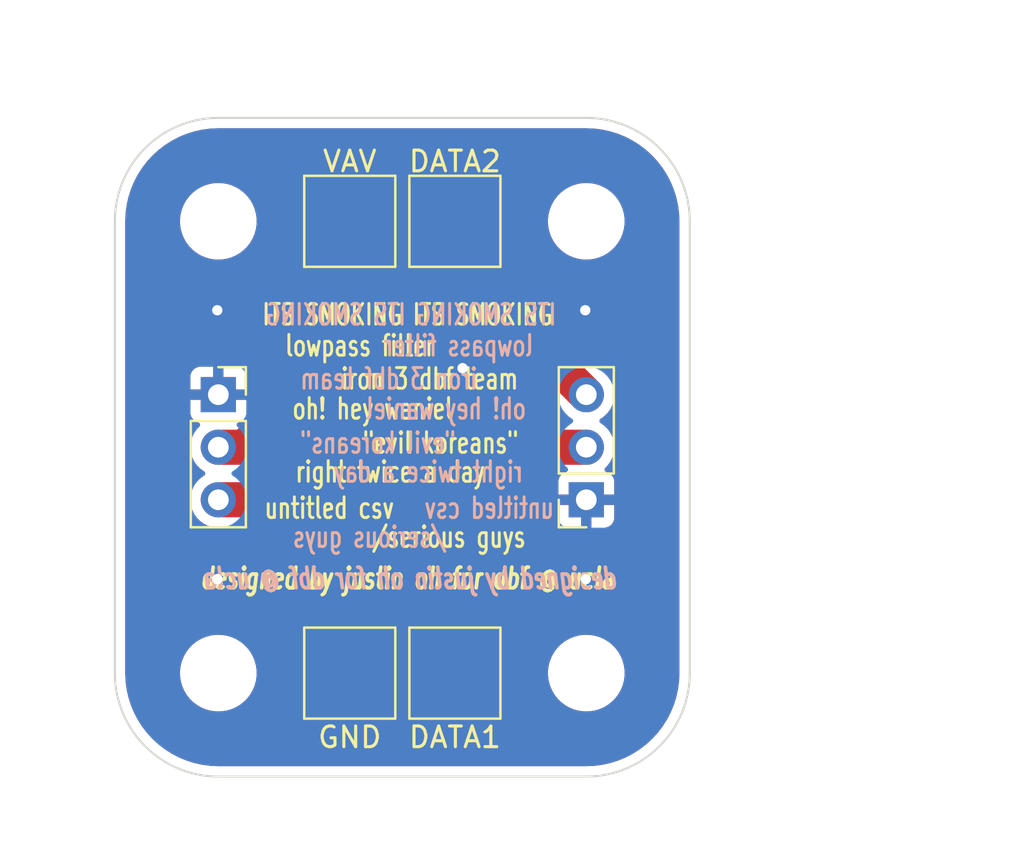
<source format=kicad_pcb>
(kicad_pcb (version 20241229) (generator "pcbnew") (generator_version "9.0")
  (layers (0 "F.Cu" signal) (2 "B.Cu" signal) (13 "F.Paste" user) (15 "B.Paste" user) (5 "F.SilkS" user "F.Silkscreen") (7 "B.SilkS" user "B.Silkscreen") (1 "F.Mask" user) (3 "B.Mask" user) (25 "Edge.Cuts" user))
  (net 0 "")
  (net 1 "VCC")
  (net 2 "GND")
  (net 3 "/DATA1")
  (net 4 "/DATA2")
  (footprint "MountingHole:MountingHole_3.2mm_M3" (layer "F.Cu") (at 146.05 98.044)
    (property "Reference" "H3" (hide yes))
    (property "Value" "MountingHole")
    (pad "" np_thru_hole circle (at 0 0) (size 3.2 3.2) (drill 3.2) (layers "*.Cu" "*.Mask"))
  )
  (footprint "TestPoint:TestPoint_Pad_4.0x4.0mm" (layer "F.Cu") (at 152.4 76.2)
    (property "Reference" "VAV" (at 0 -2.898 0) (layer "F.SilkS"))
    (property "Value" "V_AV")
    (fp_line (start -2.2 -2.2) (end 2.2 -2.2) (stroke (width 0.12)) (layer "F.SilkS"))
    (fp_line (start -2.2 2.2) (end -2.2 -2.2) (stroke (width 0.12)) (layer "F.SilkS"))
    (fp_line (start 2.2 -2.2) (end 2.2 2.2) (stroke (width 0.12)) (layer "F.SilkS"))
    (fp_line (start 2.2 2.2) (end -2.2 2.2) (stroke (width 0.12)) (layer "F.SilkS"))
    (pad "1" smd rect (at 0 0) (size 4 4) (layers "F.Cu" "F.Mask") (net 1 "VCC"))
  )
  (footprint "TestPoint:TestPoint_Pad_4.0x4.0mm" (layer "F.Cu") (at 152.4 98.044)
    (property "Reference" "GND" (at 0 3.1 0) (layer "F.SilkS"))
    (property "Value" "GND")
    (fp_line (start -2.2 -2.2) (end 2.2 -2.2) (stroke (width 0.12)) (layer "F.SilkS"))
    (fp_line (start -2.2 2.2) (end -2.2 -2.2) (stroke (width 0.12)) (layer "F.SilkS"))
    (fp_line (start 2.2 -2.2) (end 2.2 2.2) (stroke (width 0.12)) (layer "F.SilkS"))
    (fp_line (start 2.2 2.2) (end -2.2 2.2) (stroke (width 0.12)) (layer "F.SilkS"))
    (pad "1" smd rect (at 0 0) (size 4 4) (layers "F.Cu" "F.Mask") (net 2 "GND"))
  )
  (footprint "TestPoint:TestPoint_Pad_4.0x4.0mm" (layer "F.Cu") (at 157.48 76.2)
    (property "Reference" "DATA2" (at 0 -2.898 0) (layer "F.SilkS"))
    (property "Value" "DATA2")
    (fp_line (start -2.2 -2.2) (end 2.2 -2.2) (stroke (width 0.12)) (layer "F.SilkS"))
    (fp_line (start -2.2 2.2) (end -2.2 -2.2) (stroke (width 0.12)) (layer "F.SilkS"))
    (fp_line (start 2.2 -2.2) (end 2.2 2.2) (stroke (width 0.12)) (layer "F.SilkS"))
    (fp_line (start 2.2 2.2) (end -2.2 2.2) (stroke (width 0.12)) (layer "F.SilkS"))
    (pad "1" smd rect (at 0 0) (size 4 4) (layers "F.Cu" "F.Mask") (net 4 "/DATA2"))
  )
  (footprint "MountingHole:MountingHole_3.2mm_M3" (layer "F.Cu") (at 146.05 76.2)
    (property "Reference" "H1" (hide yes))
    (property "Value" "MountingHole")
    (pad "" np_thru_hole circle (at 0 0) (size 3.2 3.2) (drill 3.2) (layers "*.Cu" "*.Mask"))
  )
  (footprint "MountingHole:MountingHole_3.2mm_M3" (layer "F.Cu") (at 163.83 76.2)
    (property "Reference" "H2" (hide yes))
    (property "Value" "MountingHole" (hide yes))
    (pad "" np_thru_hole circle (at 0 0) (size 3.2 3.2) (drill 3.2) (layers "*.Cu" "*.Mask"))
  )
  (footprint "Connector_PinSocket_2.54mm:PinSocket_1x03_P2.54mm_Vertical" (layer "F.Cu") (at 163.83 89.662 180)
    (property "Reference" "J2" (hide yes))
    (property "Value" "SERVO2")
    (fp_line (start 1.33 1.27) (end 1.33 6.41) (stroke (width 0.12)) (layer "F.SilkS"))
    (fp_line (start 1.33 -1.33) (end 1.33 0) (stroke (width 0.12)) (layer "F.SilkS"))
    (fp_line (start 0 -1.33) (end 1.33 -1.33) (stroke (width 0.12)) (layer "F.SilkS"))
    (fp_line (start -1.33 6.41) (end 1.33 6.41) (stroke (width 0.12)) (layer "F.SilkS"))
    (fp_line (start -1.33 1.27) (end 1.33 1.27) (stroke (width 0.12)) (layer "F.SilkS"))
    (fp_line (start -1.33 1.27) (end -1.33 6.41) (stroke (width 0.12)) (layer "F.SilkS"))
    (pad "1" thru_hole rect (at 0 0 180) (size 1.7 1.7) (drill 1) (layers "*.Cu" "*.Mask") (net 2 "GND"))
    (pad "2" thru_hole circle (at 0 2.54 180) (size 1.7 1.7) (drill 1) (layers "*.Cu" "*.Mask") (net 1 "VCC"))
    (pad "3" thru_hole circle (at 0 5.08 180) (size 1.7 1.7) (drill 1) (layers "*.Cu" "*.Mask") (net 4 "/DATA2"))
  )
  (footprint "MountingHole:MountingHole_3.2mm_M3" (layer "F.Cu") (at 163.83 98.044)
    (property "Reference" "H4" (hide yes))
    (property "Value" "MountingHole")
    (pad "" np_thru_hole circle (at 0 0) (size 3.2 3.2) (drill 3.2) (layers "*.Cu" "*.Mask"))
  )
  (footprint "TestPoint:TestPoint_Pad_4.0x4.0mm" (layer "F.Cu") (at 157.48 98.044)
    (property "Reference" "DATA1" (at 0 3.1 0) (layer "F.SilkS"))
    (property "Value" "DATA1")
    (fp_line (start -2.2 -2.2) (end 2.2 -2.2) (stroke (width 0.12)) (layer "F.SilkS"))
    (fp_line (start -2.2 2.2) (end -2.2 -2.2) (stroke (width 0.12)) (layer "F.SilkS"))
    (fp_line (start 2.2 -2.2) (end 2.2 2.2) (stroke (width 0.12)) (layer "F.SilkS"))
    (fp_line (start 2.2 2.2) (end -2.2 2.2) (stroke (width 0.12)) (layer "F.SilkS"))
    (pad "1" smd rect (at 0 0) (size 4 4) (layers "F.Cu" "F.Mask") (net 3 "/DATA1"))
  )
  (footprint "Connector_PinSocket_2.54mm:PinSocket_1x03_P2.54mm_Vertical" (layer "F.Cu") (at 146.05 84.582)
    (property "Reference" "J1" (hide yes))
    (property "Value" "SERVO1")
    (fp_line (start -1.33 1.27) (end -1.33 6.41) (stroke (width 0.12)) (layer "F.SilkS"))
    (fp_line (start -1.33 1.27) (end 1.33 1.27) (stroke (width 0.12)) (layer "F.SilkS"))
    (fp_line (start -1.33 6.41) (end 1.33 6.41) (stroke (width 0.12)) (layer "F.SilkS"))
    (fp_line (start 0 -1.33) (end 1.33 -1.33) (stroke (width 0.12)) (layer "F.SilkS"))
    (fp_line (start 1.33 -1.33) (end 1.33 0) (stroke (width 0.12)) (layer "F.SilkS"))
    (fp_line (start 1.33 1.27) (end 1.33 6.41) (stroke (width 0.12)) (layer "F.SilkS"))
    (pad "1" thru_hole rect (at 0 0) (size 1.7 1.7) (drill 1) (layers "*.Cu" "*.Mask") (net 2 "GND"))
    (pad "2" thru_hole circle (at 0 2.54) (size 1.7 1.7) (drill 1) (layers "*.Cu" "*.Mask") (net 1 "VCC"))
    (pad "3" thru_hole circle (at 0 5.08) (size 1.7 1.7) (drill 1) (layers "*.Cu" "*.Mask") (net 3 "/DATA1"))
  )
  (gr_arc (start 146.05 103.044) (mid 142.514466 101.579534) (end 141.05 98.044) (stroke (width 0.1)) (layer "Edge.Cuts"))
  (gr_line (start 141.05 76.2) (end 141.05 98.044) (stroke (width 0.1)) (layer "Edge.Cuts"))
  (gr_arc (start 168.83 98.044) (mid 167.365534 101.579534) (end 163.83 103.044) (stroke (width 0.1)) (layer "Edge.Cuts"))
  (gr_arc (start 163.83 71.2) (mid 167.365534 72.664466) (end 168.83 76.2) (stroke (width 0.1)) (layer "Edge.Cuts"))
  (gr_line (start 146.05 71.2) (end 163.83 71.2) (stroke (width 0.1)) (layer "Edge.Cuts"))
  (gr_arc (start 141.05 76.2) (mid 142.514466 72.664466) (end 146.05 71.2) (stroke (width 0.1)) (layer "Edge.Cuts"))
  (gr_line (start 146.05 103.044) (end 163.83 103.044) (stroke (width 0.1)) (layer "Edge.Cuts"))
  (gr_line (start 168.83 76.2) (end 168.83 98.044) (stroke (width 0.1)) (layer "Edge.Cuts"))
  (gr_text "designed by justin oh for dbf @ ucla" (at 145.099998 94.05 0) (layer "F.SilkS") (effects (font (size 1 0.7) (thickness 0.175) (bold yes) (italic yes)) (justify left bottom)))
  (gr_text "iron 3 dbf team" (at 151.899998 84.4 0) (layer "F.SilkS") (effects (font (size 1 0.7) (thickness 0.14) (bold yes)) (justify left bottom)))
  (gr_text "/serious guys" (at 153.399998 92.05 0) (layer "F.SilkS") (effects (font (size 1 0.7) (thickness 0.14) (bold yes)) (justify left bottom)))
  (gr_text "lowpass filter\n" (at 149.199998 82.8 0) (layer "F.SilkS") (effects (font (size 1 0.7) (thickness 0.14) (bold yes)) (justify left bottom)))
  (gr_text "ITS SMOKING ITS SMOKING" (at 148.099998 81.3 0) (layer "F.SilkS") (effects (font (size 1 0.7) (thickness 0.14) (bold yes)) (justify left bottom)))
  (gr_text "right twice a day" (at 149.699998 88.9 0) (layer "F.SilkS") (effects (font (size 1 0.7) (thickness 0.14) (bold yes)) (justify left bottom)))
  (gr_text "oh! hey waniel" (at 149.549998 85.85 0) (layer "F.SilkS") (effects (font (size 1 0.7) (thickness 0.14) (bold yes)) (justify left bottom)))
  (gr_text "untitled csv" (at 148.199998 90.65 0) (layer "F.SilkS") (effects (font (size 1 0.7) (thickness 0.14) (bold yes)) (justify left bottom)))
  (gr_text "{dblquote}evil koreans{dblquote}" (at 152.949998 87.5 0) (layer "F.SilkS") (effects (font (size 1 0.7) (thickness 0.14) (bold yes)) (justify left bottom)))
  (gr_text "iron 3 dbf team" (at 158.651656 84.4 -0) (layer "B.SilkS") (effects (font (size 1 0.7) (thickness 0.14) (bold yes)) (justify left bottom mirror)))
  (gr_text "untitled csv" (at 162.351656 90.65 -0) (layer "B.SilkS") (effects (font (size 1 0.7) (thickness 0.14) (bold yes)) (justify left bottom mirror)))
  (gr_text "/serious guys" (at 157.151656 92.05 -0) (layer "B.SilkS") (effects (font (size 1 0.7) (thickness 0.14) (bold yes)) (justify left bottom mirror)))
  (gr_text "{dblquote}evil koreans{dblquote}" (at 157.601656 87.5 -0) (layer "B.SilkS") (effects (font (size 1 0.7) (thickness 0.14) (bold yes)) (justify left bottom mirror)))
  (gr_text "lowpass filter\n" (at 161.351656 82.8 -0) (layer "B.SilkS") (effects (font (size 1 0.7) (thickness 0.14) (bold yes)) (justify left bottom mirror)))
  (gr_text "designed by justin oh for dbf @ ucla" (at 165.451656 94.05 -0) (layer "B.SilkS") (effects (font (size 1 0.7) (thickness 0.175) (bold yes) (italic yes)) (justify left bottom mirror)))
  (gr_text "oh! hey waniel" (at 161.001656 85.85 -0) (layer "B.SilkS") (effects (font (size 1 0.7) (thickness 0.14) (bold yes)) (justify left bottom mirror)))
  (gr_text "ITS SMOKING ITS SMOKING" (at 162.451656 81.3 -0) (layer "B.SilkS") (effects (font (size 1 0.7) (thickness 0.14) (bold yes)) (justify left bottom mirror)))
  (gr_text "right twice a day" (at 160.851656 88.9 -0) (layer "B.SilkS") (effects (font (size 1 0.7) (thickness 0.14) (bold yes)) (justify left bottom mirror)))
  (segment (start 157.488 87.122) (end 152.4 82.034) (width 1.7) (layer "F.Cu") (net 1))
  (segment (start 152.4 82.034) (end 147.312 87.122) (width 1.7) (layer "F.Cu") (net 1))
  (segment (start 147.312 87.122) (end 146.05 87.122) (width 1.7) (layer "F.Cu") (net 1))
  (segment (start 152.4 76.2) (end 152.4 82.034) (width 1.7) (layer "F.Cu") (net 1))
  (segment (start 163.83 87.122) (end 157.488 87.122) (width 1.7) (layer "F.Cu") (net 1))
  (via (at 146 80.5) (size 1) (drill 0.5) (layers "F.Cu" "B.Cu") (net 2))
  (via (at 146 93.5) (size 1) (drill 0.5) (layers "F.Cu" "B.Cu") (net 2))
  (via (at 157.85 83.3) (size 1) (drill 0.5) (layers "F.Cu" "B.Cu") (net 2))
  (via (at 163.805 93.5) (size 1) (drill 0.5) (layers "F.Cu" "B.Cu") (net 2))
  (via (at 163.78 80.5) (size 1) (drill 0.5) (layers "F.Cu" "B.Cu") (net 2))
  (segment (start 151.912 89.662) (end 157.48 95.23) (width 1.7) (layer "F.Cu") (net 3))
  (segment (start 157.48 95.23) (end 157.48 98.044) (width 1.7) (layer "F.Cu") (net 3))
  (segment (start 146.05 89.662) (end 151.912 89.662) (width 1.7) (layer "F.Cu") (net 3))
  (segment (start 157.48 78.232) (end 163.83 84.582) (width 1.7) (layer "F.Cu") (net 4))
  (segment (start 157.48 76.2) (end 157.48 78.232) (width 1.7) (layer "F.Cu") (net 4))
  (zone (net 2) (net_name "GND") (layers "F.Cu" "B.Cu") (connect_pads (clearance 0.5)) (min_thickness 0.25) (fill yes (thermal_gap 0.5) (thermal_bridge_width 0.5))
    (polygon (pts (xy 142.5 70) (xy 182 69.5) (xy 185 104.5) (xy 135.5 106.5) (xy 136.5 65.5)))
  )
)
</source>
